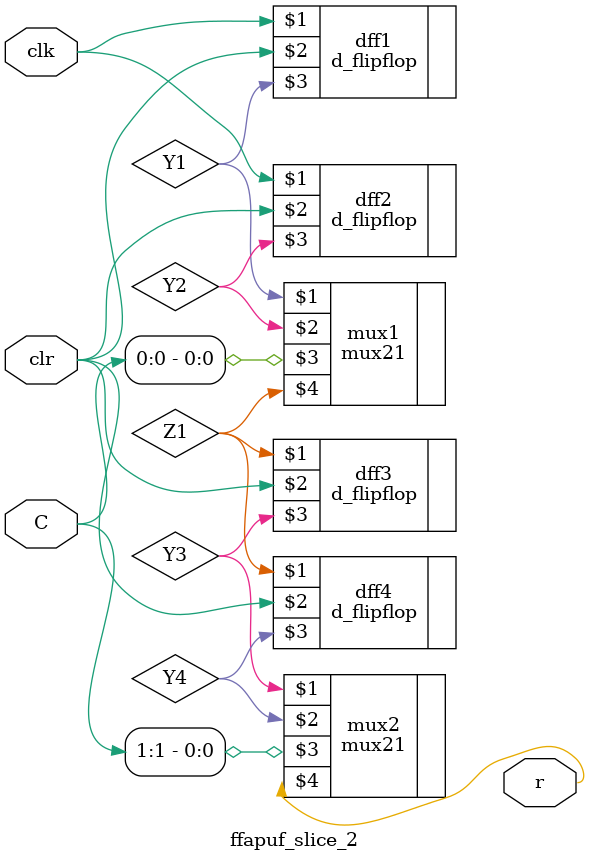
<source format=v>
`timescale 1ns / 1ps


module ffapuf_slice_2(
    input clk,
    input clr,
    input [1:0]C,
    output r
    );
    
    wire Y1,Y2,Y3,Y4;
    wire Z1;
    
    (* dont_touch= "yes" *)d_flipflop dff1(clk,clr,Y1);
    (* dont_touch= "yes" *)d_flipflop dff2(clk,clr,Y2);
    
    (* dont_touch= "yes" *)mux21 mux1(Y1,Y2,C[0],Z1);
    
    (* dont_touch= "yes" *)d_flipflop dff3(Z1,clr,Y3);
    (* dont_touch= "yes" *)d_flipflop dff4(Z1,clr,Y4);
    
    (* dont_touch= "yes" *)mux21 mux2(Y3,Y4,C[1],r);
endmodule

</source>
